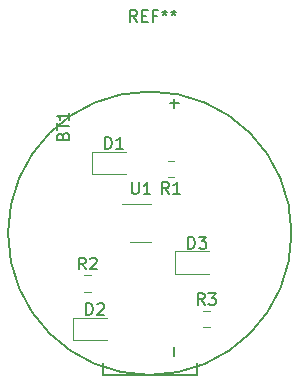
<source format=gbr>
G04 #@! TF.GenerationSoftware,KiCad,Pcbnew,(5.1.4)-1*
G04 #@! TF.CreationDate,2020-11-14T13:58:59-05:00*
G04 #@! TF.ProjectId,circuit,63697263-7569-4742-9e6b-696361645f70,rev?*
G04 #@! TF.SameCoordinates,Original*
G04 #@! TF.FileFunction,Legend,Top*
G04 #@! TF.FilePolarity,Positive*
%FSLAX46Y46*%
G04 Gerber Fmt 4.6, Leading zero omitted, Abs format (unit mm)*
G04 Created by KiCad (PCBNEW (5.1.4)-1) date 2020-11-14 13:58:59*
%MOMM*%
%LPD*%
G04 APERTURE LIST*
%ADD10C,0.120000*%
%ADD11C,0.150000*%
G04 APERTURE END LIST*
D10*
X61452000Y-52888000D02*
X58592000Y-52888000D01*
X58592000Y-52888000D02*
X58592000Y-54808000D01*
X58592000Y-54808000D02*
X61452000Y-54808000D01*
X56995500Y-68866900D02*
X59855500Y-68866900D01*
X56995500Y-66946900D02*
X56995500Y-68866900D01*
X59855500Y-66946900D02*
X56995500Y-66946900D01*
X68501660Y-61343660D02*
X65641660Y-61343660D01*
X65641660Y-61343660D02*
X65641660Y-63263660D01*
X65641660Y-63263660D02*
X68501660Y-63263660D01*
X65539252Y-55066000D02*
X65016748Y-55066000D01*
X65539252Y-53646000D02*
X65016748Y-53646000D01*
X57971948Y-64771340D02*
X58494452Y-64771340D01*
X57971948Y-63351340D02*
X58494452Y-63351340D01*
X68045588Y-66353620D02*
X68568092Y-66353620D01*
X68045588Y-67773620D02*
X68568092Y-67773620D01*
X61838000Y-60538000D02*
X63638000Y-60538000D01*
X63638000Y-57318000D02*
X61188000Y-57318000D01*
D11*
X75500000Y-59800000D02*
G75*
G03X75500000Y-59800000I-12000000J0D01*
G01*
X63500000Y-71800000D02*
X67500000Y-71800000D01*
X67500000Y-71800000D02*
X67500000Y-70800000D01*
X67500000Y-70800000D02*
X67500000Y-71800000D01*
X67500000Y-71800000D02*
X59500000Y-71800000D01*
X59500000Y-71800000D02*
X59500000Y-70800000D01*
X62420666Y-41910380D02*
X62087333Y-41434190D01*
X61849238Y-41910380D02*
X61849238Y-40910380D01*
X62230190Y-40910380D01*
X62325428Y-40958000D01*
X62373047Y-41005619D01*
X62420666Y-41100857D01*
X62420666Y-41243714D01*
X62373047Y-41338952D01*
X62325428Y-41386571D01*
X62230190Y-41434190D01*
X61849238Y-41434190D01*
X62849238Y-41386571D02*
X63182571Y-41386571D01*
X63325428Y-41910380D02*
X62849238Y-41910380D01*
X62849238Y-40910380D01*
X63325428Y-40910380D01*
X64087333Y-41386571D02*
X63754000Y-41386571D01*
X63754000Y-41910380D02*
X63754000Y-40910380D01*
X64230190Y-40910380D01*
X64754000Y-40910380D02*
X64754000Y-41148476D01*
X64515904Y-41053238D02*
X64754000Y-41148476D01*
X64992095Y-41053238D01*
X64611142Y-41338952D02*
X64754000Y-41148476D01*
X64896857Y-41338952D01*
X65515904Y-40910380D02*
X65515904Y-41148476D01*
X65277809Y-41053238D02*
X65515904Y-41148476D01*
X65754000Y-41053238D01*
X65373047Y-41338952D02*
X65515904Y-41148476D01*
X65658761Y-41338952D01*
X59713904Y-52650380D02*
X59713904Y-51650380D01*
X59952000Y-51650380D01*
X60094857Y-51698000D01*
X60190095Y-51793238D01*
X60237714Y-51888476D01*
X60285333Y-52078952D01*
X60285333Y-52221809D01*
X60237714Y-52412285D01*
X60190095Y-52507523D01*
X60094857Y-52602761D01*
X59952000Y-52650380D01*
X59713904Y-52650380D01*
X61237714Y-52650380D02*
X60666285Y-52650380D01*
X60952000Y-52650380D02*
X60952000Y-51650380D01*
X60856761Y-51793238D01*
X60761523Y-51888476D01*
X60666285Y-51936095D01*
X58117404Y-66709280D02*
X58117404Y-65709280D01*
X58355500Y-65709280D01*
X58498357Y-65756900D01*
X58593595Y-65852138D01*
X58641214Y-65947376D01*
X58688833Y-66137852D01*
X58688833Y-66280709D01*
X58641214Y-66471185D01*
X58593595Y-66566423D01*
X58498357Y-66661661D01*
X58355500Y-66709280D01*
X58117404Y-66709280D01*
X59069785Y-65804519D02*
X59117404Y-65756900D01*
X59212642Y-65709280D01*
X59450738Y-65709280D01*
X59545976Y-65756900D01*
X59593595Y-65804519D01*
X59641214Y-65899757D01*
X59641214Y-65994995D01*
X59593595Y-66137852D01*
X59022166Y-66709280D01*
X59641214Y-66709280D01*
X66763564Y-61106040D02*
X66763564Y-60106040D01*
X67001660Y-60106040D01*
X67144517Y-60153660D01*
X67239755Y-60248898D01*
X67287374Y-60344136D01*
X67334993Y-60534612D01*
X67334993Y-60677469D01*
X67287374Y-60867945D01*
X67239755Y-60963183D01*
X67144517Y-61058421D01*
X67001660Y-61106040D01*
X66763564Y-61106040D01*
X67668326Y-60106040D02*
X68287374Y-60106040D01*
X67954040Y-60486993D01*
X68096898Y-60486993D01*
X68192136Y-60534612D01*
X68239755Y-60582231D01*
X68287374Y-60677469D01*
X68287374Y-60915564D01*
X68239755Y-61010802D01*
X68192136Y-61058421D01*
X68096898Y-61106040D01*
X67811183Y-61106040D01*
X67715945Y-61058421D01*
X67668326Y-61010802D01*
X65111333Y-56458380D02*
X64778000Y-55982190D01*
X64539904Y-56458380D02*
X64539904Y-55458380D01*
X64920857Y-55458380D01*
X65016095Y-55506000D01*
X65063714Y-55553619D01*
X65111333Y-55648857D01*
X65111333Y-55791714D01*
X65063714Y-55886952D01*
X65016095Y-55934571D01*
X64920857Y-55982190D01*
X64539904Y-55982190D01*
X66063714Y-56458380D02*
X65492285Y-56458380D01*
X65778000Y-56458380D02*
X65778000Y-55458380D01*
X65682761Y-55601238D01*
X65587523Y-55696476D01*
X65492285Y-55744095D01*
X58066533Y-62863720D02*
X57733200Y-62387530D01*
X57495104Y-62863720D02*
X57495104Y-61863720D01*
X57876057Y-61863720D01*
X57971295Y-61911340D01*
X58018914Y-61958959D01*
X58066533Y-62054197D01*
X58066533Y-62197054D01*
X58018914Y-62292292D01*
X57971295Y-62339911D01*
X57876057Y-62387530D01*
X57495104Y-62387530D01*
X58447485Y-61958959D02*
X58495104Y-61911340D01*
X58590342Y-61863720D01*
X58828438Y-61863720D01*
X58923676Y-61911340D01*
X58971295Y-61958959D01*
X59018914Y-62054197D01*
X59018914Y-62149435D01*
X58971295Y-62292292D01*
X58399866Y-62863720D01*
X59018914Y-62863720D01*
X68140173Y-65866000D02*
X67806840Y-65389810D01*
X67568744Y-65866000D02*
X67568744Y-64866000D01*
X67949697Y-64866000D01*
X68044935Y-64913620D01*
X68092554Y-64961239D01*
X68140173Y-65056477D01*
X68140173Y-65199334D01*
X68092554Y-65294572D01*
X68044935Y-65342191D01*
X67949697Y-65389810D01*
X67568744Y-65389810D01*
X68473506Y-64866000D02*
X69092554Y-64866000D01*
X68759220Y-65246953D01*
X68902078Y-65246953D01*
X68997316Y-65294572D01*
X69044935Y-65342191D01*
X69092554Y-65437429D01*
X69092554Y-65675524D01*
X69044935Y-65770762D01*
X68997316Y-65818381D01*
X68902078Y-65866000D01*
X68616363Y-65866000D01*
X68521125Y-65818381D01*
X68473506Y-65770762D01*
X61976095Y-55480380D02*
X61976095Y-56289904D01*
X62023714Y-56385142D01*
X62071333Y-56432761D01*
X62166571Y-56480380D01*
X62357047Y-56480380D01*
X62452285Y-56432761D01*
X62499904Y-56385142D01*
X62547523Y-56289904D01*
X62547523Y-55480380D01*
X63547523Y-56480380D02*
X62976095Y-56480380D01*
X63261809Y-56480380D02*
X63261809Y-55480380D01*
X63166571Y-55623238D01*
X63071333Y-55718476D01*
X62976095Y-55766095D01*
X56118571Y-51555714D02*
X56166190Y-51412857D01*
X56213809Y-51365238D01*
X56309047Y-51317619D01*
X56451904Y-51317619D01*
X56547142Y-51365238D01*
X56594761Y-51412857D01*
X56642380Y-51508095D01*
X56642380Y-51889047D01*
X55642380Y-51889047D01*
X55642380Y-51555714D01*
X55690000Y-51460476D01*
X55737619Y-51412857D01*
X55832857Y-51365238D01*
X55928095Y-51365238D01*
X56023333Y-51412857D01*
X56070952Y-51460476D01*
X56118571Y-51555714D01*
X56118571Y-51889047D01*
X55642380Y-51031904D02*
X55642380Y-50460476D01*
X56642380Y-50746190D02*
X55642380Y-50746190D01*
X56642380Y-49603333D02*
X56642380Y-50174761D01*
X56642380Y-49889047D02*
X55642380Y-49889047D01*
X55785238Y-49984285D01*
X55880476Y-50079523D01*
X55928095Y-50174761D01*
X65571428Y-49180952D02*
X65571428Y-48419047D01*
X65952380Y-48800000D02*
X65190476Y-48800000D01*
X65571428Y-70180952D02*
X65571428Y-69419047D01*
M02*

</source>
